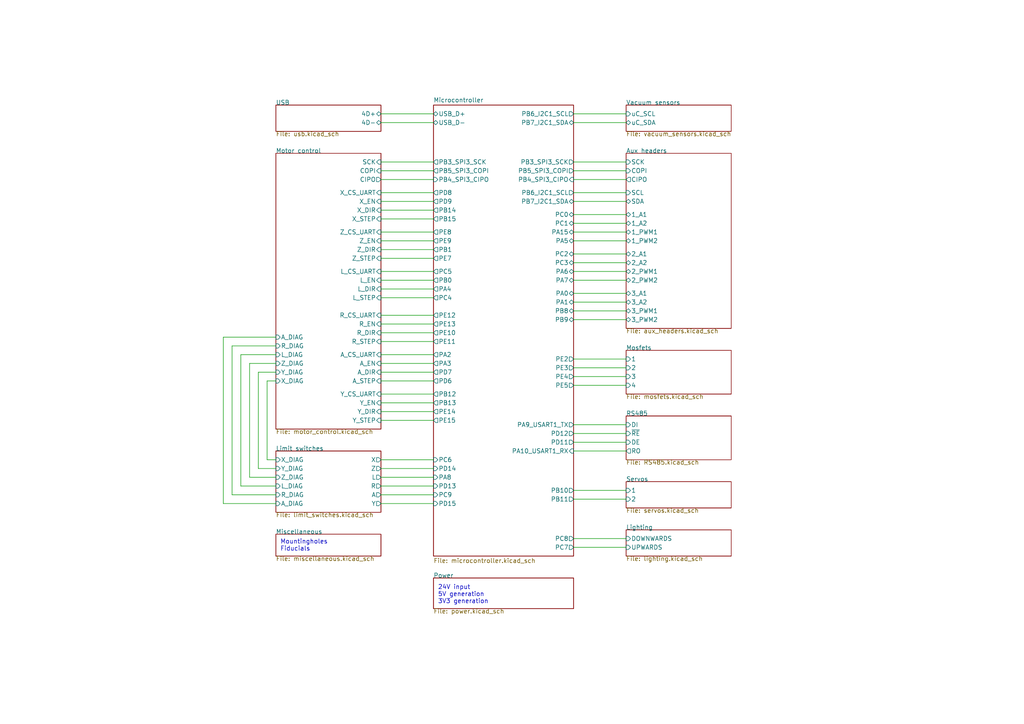
<source format=kicad_sch>
(kicad_sch (version 20211123) (generator eeschema)
  (paper "A4")
  (title_block (title "LumenPnP Motherboard") (date "2022-03-29") (rev "004") (company "Opulo"))
  (lib_symbols)
  (wire (pts (xy 110.49 114.3) (xy 125.73 114.3)))
  (wire (pts (xy 166.37 142.24) (xy 181.61 142.24)))
  (wire (pts (xy 110.49 105.41) (xy 125.73 105.41)))
  (wire (pts (xy 110.49 99.06) (xy 125.73 99.06)))
  (wire (pts (xy 166.37 76.2) (xy 181.61 76.2)))
  (wire (pts (xy 166.37 123.19) (xy 181.61 123.19)))
  (wire (pts (xy 110.49 133.35) (xy 125.73 133.35)))
  (wire (pts (xy 166.37 128.27) (xy 181.61 128.27)))
  (wire (pts (xy 110.49 58.42) (xy 125.73 58.42)))
  (wire (pts (xy 166.37 111.76) (xy 181.61 111.76)))
  (wire (pts (xy 80.01 102.87) (xy 69.85 102.87)))
  (wire (pts (xy 110.49 102.87) (xy 125.73 102.87)))
  (wire (pts (xy 166.37 52.07) (xy 181.61 52.07)))
  (wire (pts (xy 110.49 107.95) (xy 125.73 107.95)))
  (wire (pts (xy 166.37 33.02) (xy 181.61 33.02)))
  (wire (pts (xy 166.37 144.78) (xy 181.61 144.78)))
  (wire (pts (xy 110.49 49.53) (xy 125.73 49.53)))
  (wire (pts (xy 64.77 146.05) (xy 80.01 146.05)))
  (wire (pts (xy 166.37 158.75) (xy 181.61 158.75)))
  (wire (pts (xy 110.49 91.44) (xy 125.73 91.44)))
  (wire (pts (xy 110.49 110.49) (xy 125.73 110.49)))
  (wire (pts (xy 74.93 107.95) (xy 74.93 135.89)))
  (wire (pts (xy 166.37 130.81) (xy 181.61 130.81)))
  (wire (pts (xy 110.49 116.84) (xy 125.73 116.84)))
  (wire (pts (xy 110.49 135.89) (xy 125.73 135.89)))
  (wire (pts (xy 166.37 87.63) (xy 181.61 87.63)))
  (wire (pts (xy 166.37 69.85) (xy 181.61 69.85)))
  (wire (pts (xy 110.49 96.52) (xy 125.73 96.52)))
  (wire (pts (xy 166.37 92.71) (xy 181.61 92.71)))
  (wire (pts (xy 67.31 100.33) (xy 67.31 143.51)))
  (wire (pts (xy 110.49 69.85) (xy 125.73 69.85)))
  (wire (pts (xy 166.37 81.28) (xy 181.61 81.28)))
  (wire (pts (xy 166.37 58.42) (xy 181.61 58.42)))
  (wire (pts (xy 67.31 143.51) (xy 80.01 143.51)))
  (wire (pts (xy 64.77 97.79) (xy 64.77 146.05)))
  (wire (pts (xy 166.37 109.22) (xy 181.61 109.22)))
  (wire (pts (xy 166.37 125.73) (xy 181.61 125.73)))
  (wire (pts (xy 110.49 93.98) (xy 125.73 93.98)))
  (wire (pts (xy 110.49 67.31) (xy 125.73 67.31)))
  (wire (pts (xy 110.49 83.82) (xy 125.73 83.82)))
  (wire (pts (xy 166.37 46.99) (xy 181.61 46.99)))
  (wire (pts (xy 110.49 138.43) (xy 125.73 138.43)))
  (wire (pts (xy 69.85 102.87) (xy 69.85 140.97)))
  (wire (pts (xy 110.49 60.96) (xy 125.73 60.96)))
  (wire (pts (xy 110.49 140.97) (xy 125.73 140.97)))
  (wire (pts (xy 110.49 146.05) (xy 125.73 146.05)))
  (wire (pts (xy 166.37 67.31) (xy 181.61 67.31)))
  (wire (pts (xy 110.49 143.51) (xy 125.73 143.51)))
  (wire (pts (xy 166.37 62.23) (xy 181.61 62.23)))
  (wire (pts (xy 80.01 97.79) (xy 64.77 97.79)))
  (wire (pts (xy 74.93 135.89) (xy 80.01 135.89)))
  (wire (pts (xy 69.85 140.97) (xy 80.01 140.97)))
  (wire (pts (xy 166.37 85.09) (xy 181.61 85.09)))
  (wire (pts (xy 166.37 78.74) (xy 181.61 78.74)))
  (wire (pts (xy 80.01 110.49) (xy 77.47 110.49)))
  (wire (pts (xy 166.37 90.17) (xy 181.61 90.17)))
  (wire (pts (xy 166.37 73.66) (xy 181.61 73.66)))
  (wire (pts (xy 72.39 105.41) (xy 72.39 138.43)))
  (wire (pts (xy 110.49 119.38) (xy 125.73 119.38)))
  (wire (pts (xy 110.49 63.5) (xy 125.73 63.5)))
  (wire (pts (xy 77.47 110.49) (xy 77.47 133.35)))
  (wire (pts (xy 110.49 86.36) (xy 125.73 86.36)))
  (wire (pts (xy 110.49 55.88) (xy 125.73 55.88)))
  (wire (pts (xy 110.49 46.99) (xy 125.73 46.99)))
  (wire (pts (xy 77.47 133.35) (xy 80.01 133.35)))
  (wire (pts (xy 110.49 78.74) (xy 125.73 78.74)))
  (wire (pts (xy 110.49 81.28) (xy 125.73 81.28)))
  (wire (pts (xy 166.37 156.21) (xy 181.61 156.21)))
  (wire (pts (xy 166.37 35.56) (xy 181.61 35.56)))
  (wire (pts (xy 110.49 35.56) (xy 125.73 35.56)))
  (wire (pts (xy 67.31 100.33) (xy 80.01 100.33)))
  (wire (pts (xy 110.49 121.92) (xy 125.73 121.92)))
  (wire (pts (xy 80.01 105.41) (xy 72.39 105.41)))
  (wire (pts (xy 72.39 138.43) (xy 80.01 138.43)))
  (wire (pts (xy 110.49 74.93) (xy 125.73 74.93)))
  (wire (pts (xy 166.37 104.14) (xy 181.61 104.14)))
  (wire (pts (xy 166.37 55.88) (xy 181.61 55.88)))
  (wire (pts (xy 166.37 49.53) (xy 181.61 49.53)))
  (wire (pts (xy 110.49 72.39) (xy 125.73 72.39)))
  (wire (pts (xy 80.01 107.95) (xy 74.93 107.95)))
  (wire (pts (xy 110.49 33.02) (xy 125.73 33.02)))
  (wire (pts (xy 110.49 52.07) (xy 125.73 52.07)))
  (wire (pts (xy 166.37 64.77) (xy 181.61 64.77)))
  (wire (pts (xy 166.37 106.68) (xy 181.61 106.68)))
  (text "24V input\n5V generation\n3V3 generation" (at 127 175.26 0) (effects (font (size 1.27 1.27)) (justify left bottom)))
  (text "Mountingholes\nFiducials\n" (at 81.28 160.02 0) (effects (font (size 1.27 1.27)) (justify left bottom)))
  (sheet (at 80.01 44.45) (size 30.48 80.01)
    (property "Sheet name" "Motor control" (at 80.01 44.45 0) (effects (justify left bottom)))
    (property "Sheet file" "motor_control.kicad_sch" (at 80.01 124.46 0) (effects (justify left top)))
    (pin "R_CS_UART" input (at 110.49 91.44 0))
    (pin "R_DIR" input (at 110.49 96.52 0))
    (pin "R_EN" input (at 110.49 93.98 0))
    (pin "R_STEP" input (at 110.49 99.06 0))
    (pin "COPI" input (at 110.49 49.53 0))
    (pin "CIPO" output (at 110.49 52.07 0))
    (pin "SCK" input (at 110.49 46.99 0))
    (pin "X_DIR" input (at 110.49 60.96 0))
    (pin "X_STEP" input (at 110.49 63.5 0))
    (pin "X_EN" input (at 110.49 58.42 0))
    (pin "X_CS_UART" input (at 110.49 55.88 0))
    (pin "Z_CS_UART" input (at 110.49 67.31 0))
    (pin "L_DIR" input (at 110.49 83.82 0))
    (pin "L_EN" input (at 110.49 81.28 0))
    (pin "L_STEP" input (at 110.49 86.36 0))
    (pin "L_CS_UART" input (at 110.49 78.74 0))
    (pin "Z_DIR" input (at 110.49 72.39 0))
    (pin "Z_EN" input (at 110.49 69.85 0))
    (pin "Z_STEP" input (at 110.49 74.93 0))
    (pin "A_DIR" input (at 110.49 107.95 0))
    (pin "A_EN" input (at 110.49 105.41 0))
    (pin "A_STEP" input (at 110.49 110.49 0))
    (pin "Y_CS_UART" input (at 110.49 114.3 0))
    (pin "A_CS_UART" input (at 110.49 102.87 0))
    (pin "Y_DIR" input (at 110.49 119.38 0))
    (pin "Y_EN" input (at 110.49 116.84 0))
    (pin "Y_STEP" input (at 110.49 121.92 0))
    (pin "R_DIAG" input (at 80.01 100.33 180))
    (pin "X_DIAG" input (at 80.01 110.49 180))
    (pin "Z_DIAG" input (at 80.01 105.41 180))
    (pin "L_DIAG" input (at 80.01 102.87 180))
    (pin "Y_DIAG" input (at 80.01 107.95 180))
    (pin "A_DIAG" input (at 80.01 97.79 180))
  )
  (sheet (at 181.61 44.45) (size 30.48 50.8)
    (property "Sheet name" "Aux headers" (at 181.61 44.45 0) (effects (justify left bottom)))
    (property "Sheet file" "aux_headers.kicad_sch" (at 181.61 95.25 0) (effects (justify left top)))
    (pin "SDA" bidirectional (at 181.61 58.42 180))
    (pin "COPI" input (at 181.61 49.53 180))
    (pin "SCK" input (at 181.61 46.99 180))
    (pin "SCL" input (at 181.61 55.88 180))
    (pin "CIPO" output (at 181.61 52.07 180))
    (pin "1_A1" bidirectional (at 181.61 62.23 180))
    (pin "1_PWM1" bidirectional (at 181.61 67.31 180))
    (pin "1_A2" bidirectional (at 181.61 64.77 180))
    (pin "1_PWM2" bidirectional (at 181.61 69.85 180))
    (pin "3_A2" bidirectional (at 181.61 87.63 180))
    (pin "2_PWM1" bidirectional (at 181.61 78.74 180))
    (pin "2_A2" bidirectional (at 181.61 76.2 180))
    (pin "2_PWM2" bidirectional (at 181.61 81.28 180))
    (pin "2_A1" bidirectional (at 181.61 73.66 180))
    (pin "3_PWM2" bidirectional (at 181.61 92.71 180))
    (pin "3_PWM1" bidirectional (at 181.61 90.17 180))
    (pin "3_A1" bidirectional (at 181.61 85.09 180))
  )
  (sheet (at 181.61 30.48) (size 30.48 7.62)
    (property "Sheet name" "Vacuum sensors" (at 181.61 30.48 0) (effects (justify left bottom)))
    (property "Sheet file" "vacuum_sensors.kicad_sch" (at 181.61 38.1 0) (effects (justify left top)))
    (pin "uC_SDA" bidirectional (at 181.61 35.56 180))
    (pin "uC_SCL" input (at 181.61 33.02 180))
  )
  (sheet (at 80.01 30.48) (size 30.48 7.62)
    (property "Sheet name" "USB" (at 80.01 30.48 0) (effects (justify left bottom)))
    (property "Sheet file" "usb.kicad_sch" (at 80.01 38.1 0) (effects (justify left top)))
    (pin "4D-" bidirectional (at 110.49 35.56 0))
    (pin "4D+" bidirectional (at 110.49 33.02 0))
  )
  (sheet (at 125.73 167.64) (size 40.64 8.89)
    (property "Sheet name" "Power" (at 125.73 167.64 0) (effects (justify left bottom)))
    (property "Sheet file" "power.kicad_sch" (at 125.73 176.53 0) (effects (justify left top)))
  )
  (sheet (at 80.01 130.81) (size 30.48 17.78) (stroke (width 0.1524))
    (property "Sheet name" "Limit switches" (at 80.01 130.81 0) (effects (justify left bottom)))
    (property "Sheet file" "limit_switches.kicad_sch" (at 80.01 148.59 0) (effects (justify left top)))
    (pin "R" output (at 110.49 140.97 0))
    (pin "L" output (at 110.49 138.43 0))
    (pin "X" output (at 110.49 133.35 0))
    (pin "Y" output (at 110.49 146.05 0))
    (pin "A" output (at 110.49 143.51 0))
    (pin "Z" output (at 110.49 135.89 0))
    (pin "Y_DIAG" input (at 80.01 135.89 180))
    (pin "X_DIAG" input (at 80.01 133.35 180))
    (pin "L_DIAG" input (at 80.01 140.97 180))
    (pin "Z_DIAG" input (at 80.01 138.43 180))
    (pin "R_DIAG" input (at 80.01 143.51 180))
    (pin "A_DIAG" input (at 80.01 146.05 180))
  )
  (sheet (at 181.61 120.65) (size 30.48 12.7) (stroke (width 0.1524))
    (property "Sheet name" "RS485" (at 181.61 120.65 0) (effects (justify left bottom)))
    (property "Sheet file" "RS485.kicad_sch" (at 181.61 133.35 0) (effects (justify left top)))
    (pin "~{RE}" input (at 181.61 125.73 180))
    (pin "DI" input (at 181.61 123.19 180))
    (pin "DE" input (at 181.61 128.27 180))
    (pin "RO" output (at 181.61 130.81 180))
  )
  (sheet (at 181.61 139.7) (size 30.48 7.62) (stroke (width 0.1524))
    (property "Sheet name" "Servos" (at 181.61 139.7 0) (effects (justify left bottom)))
    (property "Sheet file" "servos.kicad_sch" (at 181.61 147.32 0) (effects (justify left top)))
    (pin "1" input (at 181.61 142.24 180))
    (pin "2" input (at 181.61 144.78 180))
  )
  (sheet (at 181.61 153.67) (size 30.48 7.62) (stroke (width 0.1524))
    (property "Sheet name" "Lighting" (at 181.61 153.67 0) (effects (justify left bottom)))
    (property "Sheet file" "lighting.kicad_sch" (at 181.61 161.29 0) (effects (justify left top)))
    (pin "DOWNWARDS" input (at 181.61 156.21 180))
    (pin "UPWARDS" input (at 181.61 158.75 180))
  )
  (sheet (at 125.73 30.48) (size 40.64 130.81) (stroke (width 0.1524))
    (property "Sheet name" "Microcontroller" (at 125.73 29.7684 0) (effects (justify left bottom)))
    (property "Sheet file" "microcontroller.kicad_sch" (at 125.73 161.8746 0) (effects (justify left top)))
    (pin "PE2" output (at 166.37 104.14 0))
    (pin "PE3" output (at 166.37 106.68 0))
    (pin "PE5" output (at 166.37 111.76 0))
    (pin "PB1" output (at 125.73 72.39 180))
    (pin "PB12" output (at 125.73 114.3 180))
    (pin "PB14" output (at 125.73 60.96 180))
    (pin "PB13" output (at 125.73 116.84 180))
    (pin "PB15" output (at 125.73 63.5 180))
    (pin "PE13" output (at 125.73 93.98 180))
    (pin "PE11" output (at 125.73 99.06 180))
    (pin "PE12" output (at 125.73 91.44 180))
    (pin "PE14" output (at 125.73 119.38 180))
    (pin "PB3_SPI3_SCK" output (at 125.73 46.99 180))
    (pin "PE15" output (at 125.73 121.92 180))
    (pin "PB5_SPI3_COPI" output (at 125.73 49.53 180))
    (pin "PE10" output (at 125.73 96.52 180))
    (pin "PB10" output (at 166.37 142.24 0))
    (pin "PB7_I2C1_SDA" bidirectional (at 166.37 35.56 0))
    (pin "PB6_I2C1_SCL" output (at 166.37 33.02 0))
    (pin "PB11" output (at 166.37 144.78 0))
    (pin "PC5" output (at 125.73 78.74 180))
    (pin "PC4" output (at 125.73 86.36 180))
    (pin "PD9" output (at 125.73 58.42 180))
    (pin "PD13" input (at 125.73 140.97 180))
    (pin "PD15" input (at 125.73 146.05 180))
    (pin "PD14" input (at 125.73 135.89 180))
    (pin "PD6" output (at 125.73 110.49 180))
    (pin "PD8" output (at 125.73 55.88 180))
    (pin "PE4" output (at 166.37 109.22 0))
    (pin "PB4_SPI3_CIPO" input (at 125.73 52.07 180))
    (pin "PC6" input (at 125.73 133.35 180))
    (pin "PB0" output (at 125.73 81.28 180))
    (pin "PA3" output (at 125.73 105.41 180))
    (pin "PA2" output (at 125.73 102.87 180))
    (pin "PA4" output (at 125.73 83.82 180))
    (pin "PB7_I2C1_SDA" bidirectional (at 166.37 58.42 0))
    (pin "PB6_I2C1_SCL" output (at 166.37 55.88 0))
    (pin "PC9" input (at 125.73 143.51 180))
    (pin "PD7" output (at 125.73 107.95 180))
    (pin "PB4_SPI3_CIPO" input (at 166.37 52.07 0))
    (pin "PB5_SPI3_COPI" output (at 166.37 49.53 0))
    (pin "PB3_SPI3_SCK" output (at 166.37 46.99 0))
    (pin "PC0" bidirectional (at 166.37 62.23 0))
    (pin "PC1" bidirectional (at 166.37 64.77 0))
    (pin "PA15" bidirectional (at 166.37 67.31 0))
    (pin "PA8" input (at 125.73 138.43 180))
    (pin "PA5" bidirectional (at 166.37 69.85 0))
    (pin "PC2" bidirectional (at 166.37 73.66 0))
    (pin "PC3" bidirectional (at 166.37 76.2 0))
    (pin "PA6" bidirectional (at 166.37 78.74 0))
    (pin "PA7" bidirectional (at 166.37 81.28 0))
    (pin "PA0" bidirectional (at 166.37 85.09 0))
    (pin "PA1" bidirectional (at 166.37 87.63 0))
    (pin "PB8" bidirectional (at 166.37 90.17 0))
    (pin "PB9" bidirectional (at 166.37 92.71 0))
    (pin "PD11" output (at 166.37 128.27 0))
    (pin "PD12" output (at 166.37 125.73 0))
    (pin "PC7" output (at 166.37 158.75 0))
    (pin "PC8" output (at 166.37 156.21 0))
    (pin "PE7" output (at 125.73 74.93 180))
    (pin "PE8" output (at 125.73 67.31 180))
    (pin "PE9" output (at 125.73 69.85 180))
    (pin "PA9_USART1_TX" output (at 166.37 123.19 0))
    (pin "PA10_USART1_RX" input (at 166.37 130.81 0))
    (pin "USB_D+" bidirectional (at 125.73 33.02 180))
    (pin "USB_D-" bidirectional (at 125.73 35.56 180))
  )
  (sheet (at 80.01 154.94) (size 30.48 6.35) (stroke (width 0.1524))
    (property "Sheet name" "Miscellaneous" (at 80.01 154.94 0) (effects (justify left bottom)))
    (property "Sheet file" "miscellaneous.kicad_sch" (at 80.01 161.29 0) (effects (justify left top)))
  )
  (sheet (at 181.61 101.6) (size 30.48 12.7) (stroke (width 0.1524))
    (property "Sheet name" "Mosfets" (at 181.61 101.6 0) (effects (justify left bottom)))
    (property "Sheet file" "mosfets.kicad_sch" (at 181.61 114.3 0) (effects (justify left top)))
    (pin "2" input (at 181.61 106.68 180))
    (pin "4" input (at 181.61 111.76 180))
    (pin "3" input (at 181.61 109.22 180))
    (pin "1" input (at 181.61 104.14 180))
  )
)
</source>
